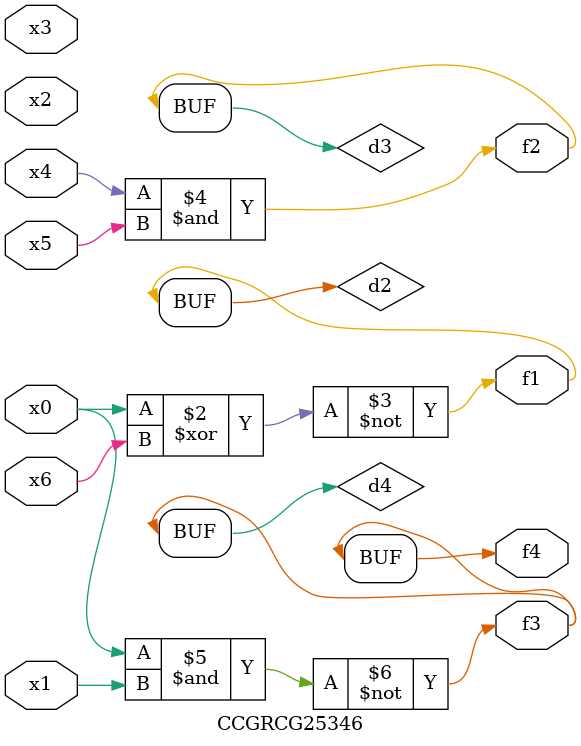
<source format=v>
module CCGRCG25346(
	input x0, x1, x2, x3, x4, x5, x6,
	output f1, f2, f3, f4
);

	wire d1, d2, d3, d4;

	nor (d1, x0);
	xnor (d2, x0, x6);
	and (d3, x4, x5);
	nand (d4, x0, x1);
	assign f1 = d2;
	assign f2 = d3;
	assign f3 = d4;
	assign f4 = d4;
endmodule

</source>
